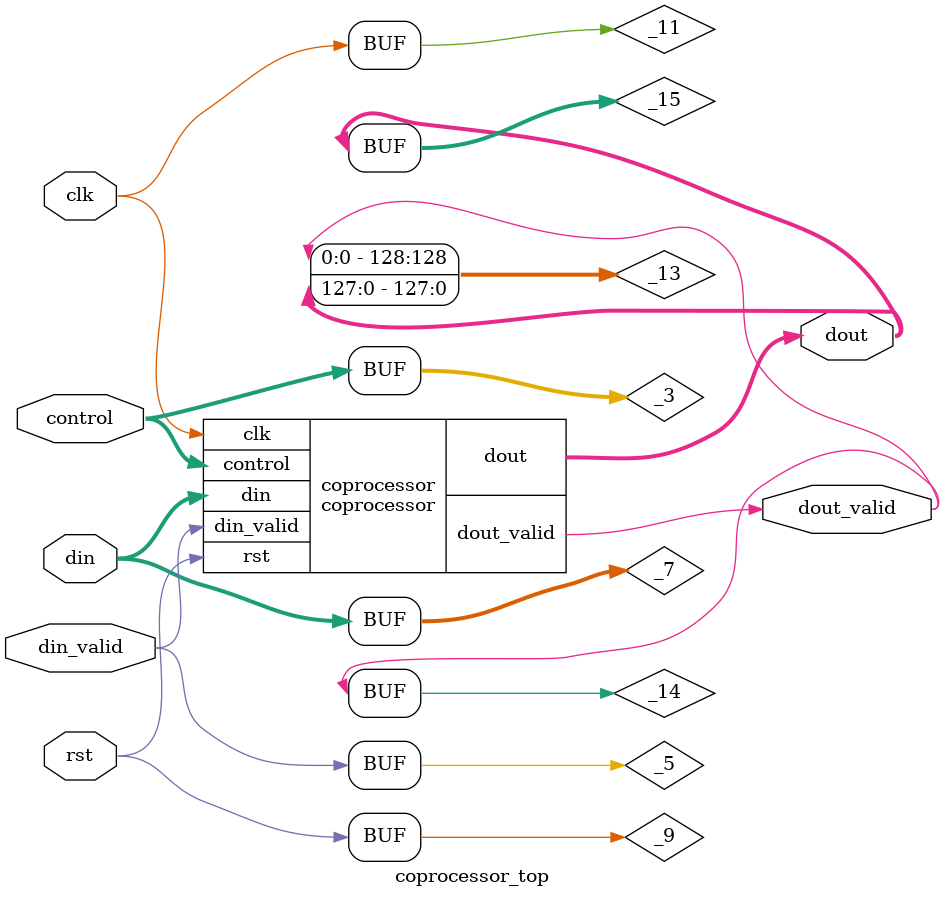
<source format=v>
/* Code Generated from hardcaml */

module coprocessor (
    clk,
    din,
    rst,
    din_valid,
    control,
    dout,
    dout_valid
);

    input clk;
    input [127:0] din;
    input rst;
    input din_valid;
    input [4:0] control;
    output [127:0] dout;
    output dout_valid;

    wire [31:0] _45;
    wire _71;
    wire _21;
    wire _32;
    wire _33;
    wire _34;
    wire _24;
    reg _36;
    wire _2;
    reg calc_prev_computing_ptive;
    wire _69;
    wire _72;
    wire [30:0] _68;
    wire [31:0] _73;
    wire [31:0] _74;
    wire [31:0] _75;
    wire [31:0] _61;
    wire [31:0] _62;
    wire [31:0] _63;
    wire _40;
    wire _41;
    reg _42;
    wire _3;
    reg calc_position_was_zero;
    wire _56;
    wire [31:0] _57;
    wire [31:0] _58;
    wire [31:0] _53;
    wire [31:0] _49;
    wire _50;
    wire _51;
    wire [31:0] _54;
    wire _48;
    wire [31:0] _59;
    wire [31:0] _60;
    wire [31:0] _64;
    wire [31:0] _76;
    reg [31:0] _77;
    wire [31:0] _4;
    reg [31:0] calc_num_loops_b;
    wire _102;
    wire [31:0] _103;
    wire [31:0] _104;
    wire [1:0] _19;
    wire [1:0] _94;
    wire _66;
    wire _67;
    wire [1:0] _95;
    wire [31:0] _43;
    wire [31:0] _89;
    wire _31;
    wire [31:0] _90;
    wire [31:0] _86;
    wire _30;
    wire [31:0] _87;
    wire _28;
    wire _29;
    wire [31:0] _91;
    wire [127:0] _80;
    wire _6;
    wire [127:0] _8;
    reg [127:0] _81;
    wire [31:0] _82;
    wire [31:0] _83;
    wire [31:0] _78;
    wire _10;
    wire [31:0] _79;
    wire [31:0] _84;
    reg [31:0] _92;
    wire [31:0] _11;
    reg [31:0] calc_position;
    wire _44;
    wire [1:0] _96;
    wire [1:0] _35;
    wire _13;
    wire [1:0] _93;
    reg [1:0] _97;
    wire [1:0] _14;
    (* fsm_encoding="one_hot" *)
    reg [1:0] _20;
    reg [31:0] _105;
    wire [31:0] _15;
    reg [31:0] calc_num_loops_a;
    wire [4:0] _17;
    wire _107;
    wire [31:0] _108;
    wire [95:0] _106;
    wire [127:0] _109;
    assign _45 = 32'b00000000000000000000000000000000;
    assign _71 = calc_position == _45;
    assign _21 = 1'b0;
    assign _32 = 1'b1;
    assign _33 = _31 ? _32 : calc_prev_computing_ptive;
    assign _34 = _29 ? _33 : calc_prev_computing_ptive;
    assign _24 = _13 ? _21 : calc_prev_computing_ptive;
    always @* begin
        case (_20)
        2'b00:
            _36 <= _24;
        2'b01:
            _36 <= _34;
        default:
            _36 <= calc_prev_computing_ptive;
        endcase
    end
    assign _2 = _36;
    always @(posedge _6) begin
        if (_10)
            calc_prev_computing_ptive <= _21;
        else
            calc_prev_computing_ptive <= _2;
    end
    assign _69 = ~ calc_prev_computing_ptive;
    assign _72 = _69 & _71;
    assign _68 = 31'b0000000000000000000000000000000;
    assign _73 = { _68,
                   _72 };
    assign _74 = calc_num_loops_b + _73;
    assign _75 = _67 ? _74 : _64;
    assign _61 = 32'b00000000000000000000000000000001;
    assign _62 = calc_num_loops_b + _61;
    assign _63 = _31 ? _62 : _60;
    assign _40 = calc_position == _45;
    assign _41 = _13 ? _40 : calc_position_was_zero;
    always @* begin
        case (_20)
        2'b00:
            _42 <= _41;
        default:
            _42 <= calc_position_was_zero;
        endcase
    end
    assign _3 = _42;
    always @(posedge _6) begin
        if (_10)
            calc_position_was_zero <= _21;
        else
            calc_position_was_zero <= _3;
    end
    assign _56 = ~ calc_position_was_zero;
    assign _57 = { _68,
                   _56 };
    assign _58 = calc_num_loops_b + _57;
    assign _53 = calc_num_loops_b + _61;
    assign _49 = 32'b11111111111111111111111110011100;
    assign _50 = _49 < calc_position;
    assign _51 = ~ _50;
    assign _54 = _51 ? _53 : calc_num_loops_b;
    assign _48 = _49 < calc_position;
    assign _59 = _48 ? _58 : _54;
    assign _60 = _30 ? _59 : calc_num_loops_b;
    assign _64 = _29 ? _63 : _60;
    assign _76 = _44 ? _75 : _64;
    always @* begin
        case (_20)
        2'b01:
            _77 <= _76;
        default:
            _77 <= calc_num_loops_b;
        endcase
    end
    assign _4 = _77;
    always @(posedge _6) begin
        if (_10)
            calc_num_loops_b <= _45;
        else
            calc_num_loops_b <= _4;
    end
    assign _102 = calc_position == _45;
    assign _103 = { _68,
                    _102 };
    assign _104 = calc_num_loops_a + _103;
    assign _19 = 2'b00;
    assign _94 = 2'b10;
    assign _66 = calc_position < _45;
    assign _67 = ~ _66;
    assign _95 = _67 ? _94 : _20;
    assign _43 = 32'b00000000000000000000000001100100;
    assign _89 = calc_position - _43;
    assign _31 = ~ _30;
    assign _90 = _31 ? _89 : _87;
    assign _86 = calc_position + _43;
    assign _30 = calc_position[31:31];
    assign _87 = _30 ? _86 : calc_position;
    assign _28 = calc_position < _43;
    assign _29 = ~ _28;
    assign _91 = _29 ? _90 : _87;
    assign _80 = 128'b00000000000000000000000000000000000000000000000000000000000000000000000000000000000000000000000000000000000000000000000000000000;     
    assign _6 = clk;
    assign _8 = din;
    always @(posedge _6) begin
        if (_10)
            _81 <= _80;
        else
            _81 <= _8;
    end
    assign _82 = _81[31:0];
    assign _83 = calc_position + _82;
    assign _78 = 32'b00000000000000000000000000110010;
    assign _10 = rst;
    assign _79 = _10 ? _78 : calc_position;
    assign _84 = _13 ? _83 : _79;
    always @* begin
        case (_20)
        2'b00:
            _92 <= _84;
        2'b01:
            _92 <= _91;
        default:
            _92 <= calc_position;
        endcase
    end
    assign _11 = _92;
    always @(posedge _6) begin
        calc_position <= _11;
    end
    assign _44 = calc_position < _43;
    assign _96 = _44 ? _95 : _20;
    assign _35 = 2'b01;
    assign _13 = din_valid;
    assign _93 = _13 ? _35 : _20;
    always @* begin
        case (_20)
        2'b00:
            _97 <= _93;
        2'b01:
            _97 <= _96;
        2'b10:
            _97 <= _19;
        default:
            _97 <= _20;
        endcase
    end
    assign _14 = _97;
    always @(posedge _6) begin
        if (_10)
            _20 <= _19;
        else
            _20 <= _14;
    end
    always @* begin
        case (_20)
        2'b10:
            _105 <= _104;
        default:
            _105 <= calc_num_loops_a;
        endcase
    end
    assign _15 = _105;
    always @(posedge _6) begin
        if (_10)
            calc_num_loops_a <= _45;
        else
            calc_num_loops_a <= _15;
    end
    assign _17 = control;
    assign _107 = _17[3:3];
    assign _108 = _107 ? calc_num_loops_b : calc_num_loops_a;
    assign _106 = 96'b000000000000000000000000000000000000000000000000000000000000000000000000000000000000000000000000;
    assign _109 = { _106,
                    _108 };
    assign dout = _109;
    assign dout_valid = _13;

endmodule
module coprocessor_top (
    control,
    din_valid,
    din,
    rst,
    clk,
    dout,
    dout_valid
);

    input [4:0] control;
    input din_valid;
    input [127:0] din;
    input rst;
    input clk;
    output [127:0] dout;
    output dout_valid;

    wire _14;
    wire [4:0] _3;
    wire _5;
    wire [127:0] _7;
    wire _9;
    wire _11;
    wire [128:0] _13;
    wire [127:0] _15;
    assign _14 = _13[128:128];
    assign _3 = control;
    assign _5 = din_valid;
    assign _7 = din;
    assign _9 = rst;
    assign _11 = clk;
    coprocessor
        coprocessor
        ( .clk(_11),
          .rst(_9),
          .din(_7),
          .din_valid(_5),
          .control(_3),
          .dout(_13[127:0]),
          .dout_valid(_13[128:128]) );
    assign _15 = _13[127:0];
    assign dout = _15;
    assign dout_valid = _14;

endmodule

</source>
